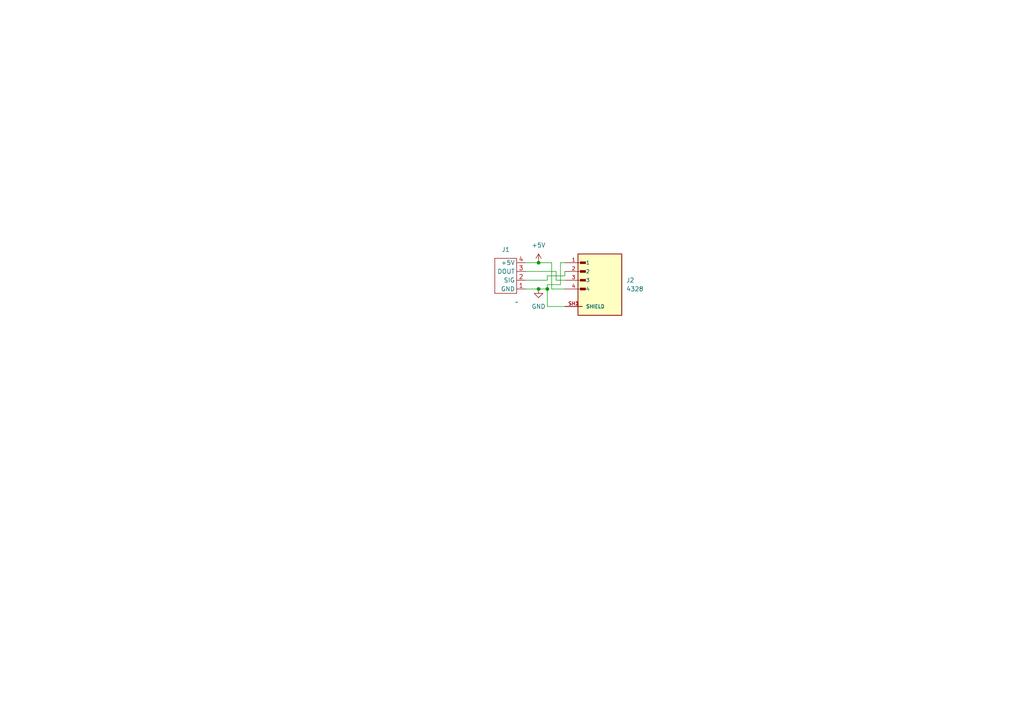
<source format=kicad_sch>
(kicad_sch (version 20231120) (generator "eeschema") (generator_version "8.0")
  (paper "A4")
  (title_block (title "Block Party Cube Top Board") (date "2024-02-13") (rev "1.0") (company "Block Party"))
  (lib_symbols
    (symbol "4328:4328" (pin_names (offset 1.016))
      (property "Reference" "J" (at -6.35 11.43 0))
      (property "Value" "4328" (at -6.604 -10.414 0))
      (symbol "4328_0_0"
        (rectangle (start -6.35 -7.62) (end 6.35 10.16) (stroke (width 0.254)) (fill (type background)))
        (rectangle (start -5.715 -0.3175) (end -4.1275 0.3175) (stroke (width 0.1)) (fill (type outline)))
        (rectangle (start -5.715 2.2225) (end -4.1275 2.8575) (stroke (width 0.1)) (fill (type outline)))
        (rectangle (start -5.715 4.7625) (end -4.1275 5.3975) (stroke (width 0.1)) (fill (type outline)))
        (rectangle (start -5.715 7.3025) (end -4.1275 7.9375) (stroke (width 0.1)) (fill (type outline)))
        (pin passive line (at -10.16 7.62 0) (length 5.08) (name "1") (number "1"))
        (pin passive line (at -10.16 5.08 0) (length 5.08) (name "2") (number "2"))
        (pin passive line (at -10.16 2.54 0) (length 5.08) (name "3") (number "3"))
        (pin passive line (at -10.16 0 0) (length 5.08) (name "4") (number "4"))
        (pin passive line (at -10.16 -5.08 0) (length 5.08) (name "SHIELD") (number "SH1"))
        (pin passive line (at -10.16 -5.08 0) (length 5.08) (name "SHIELD") (number "SH2"))
      )
    )
    (symbol "Quinn_lib:Top_Block"
      (property "Reference" "J" (at 0 0 0))
      (symbol "Top_Block_0_1"
        (rectangle (start 0 -2.54) (end 6.35 -12.7))
      )
      (symbol "Top_Block_1_1"
        (pin power_out line (at -2.54 -3.81 0) (length 2.54) (name "GND") (number "1"))
        (pin input line (at -2.54 -6.35 0) (length 2.54) (name "SIG") (number "2"))
        (pin output line (at -2.54 -8.89 0) (length 2.54) (name "DOUT") (number "3"))
        (pin power_out line (at -2.54 -11.43 0) (length 2.54) (name "+5V") (number "4"))
      )
    )
    (symbol "power:+5V" (power) (pin_names (offset 0))
      (property "Value" "+5V" (at 0 3.556 0))
      (symbol "+5V_0_1"
        (polyline (pts (xy -0.762 1.27) (xy 0 2.54)))
        (polyline (pts (xy 0 0) (xy 0 2.54)))
        (polyline (pts (xy 0 2.54) (xy 0.762 1.27)))
      )
      (symbol "+5V_1_1"
        (pin power_in line (at 0 0 90) (length 0) hide (name "+5V") (number "1"))
      )
    )
    (symbol "power:GND" (power) (pin_names (offset 0))
      (property "Value" "GND" (at 0 -3.81 0))
      (symbol "GND_0_1"
        (polyline (pts (xy 0 0) (xy 0 -1.27) (xy 1.27 -1.27) (xy 0 -2.54) (xy -1.27 -1.27) (xy 0 -1.27)))
      )
      (symbol "GND_1_1"
        (pin power_in line (at 0 0 270) (length 0) hide (name "GND") (number "1"))
      )
    )
  )
  (junction (at 158.75 83.82))
  (junction (at 156.21 83.82))
  (junction (at 156.21 76.2))
  (wire (pts (xy 163.83 78.74) (xy 163.83 80.01)))
  (wire (pts (xy 158.75 88.9) (xy 158.75 83.82)))
  (wire (pts (xy 152.4 78.74) (xy 161.29 78.74)))
  (wire (pts (xy 161.29 78.74) (xy 161.29 81.28)))
  (wire (pts (xy 158.75 81.28) (xy 158.75 80.01)))
  (wire (pts (xy 162.56 82.55) (xy 162.56 76.2)))
  (wire (pts (xy 160.02 76.2) (xy 160.02 83.82)))
  (wire (pts (xy 158.75 82.55) (xy 162.56 82.55)))
  (wire (pts (xy 160.02 83.82) (xy 163.83 83.82)))
  (wire (pts (xy 152.4 76.2) (xy 156.21 76.2)))
  (wire (pts (xy 158.75 80.01) (xy 163.83 80.01)))
  (wire (pts (xy 156.21 76.2) (xy 160.02 76.2)))
  (wire (pts (xy 152.4 83.82) (xy 156.21 83.82)))
  (wire (pts (xy 156.21 83.82) (xy 158.75 83.82)))
  (wire (pts (xy 162.56 76.2) (xy 163.83 76.2)))
  (wire (pts (xy 158.75 83.82) (xy 158.75 82.55)))
  (wire (pts (xy 161.29 81.28) (xy 163.83 81.28)))
  (wire (pts (xy 152.4 81.28) (xy 158.75 81.28)))
  (wire (pts (xy 163.83 88.9) (xy 158.75 88.9)))
  (symbol (lib_id "Quinn_lib:Top_Block") (at 149.86 87.63 180) (unit 1)
    (property "Reference" "J1" (at 146.685 72.39 0))
    (property "Value" "~" (at 149.86 87.63 0))
    (property "Footprint" "Quinn_lib:Top Block Connector" (effects (hide yes)))
  )
  (symbol (lib_id "4328:4328") (at 173.99 83.82 0) (unit 1)
    (property "Reference" "J2" (at 181.61 81.2799 0) (effects (justify left)))
    (property "Value" "4328" (at 181.61 83.8199 0) (effects (justify left)))
    (property "Footprint" "adafruit-jst-4328:ADAFRUIT_4328" (effects (hide yes)))
    (property "MF" "Adafruit" (effects (hide yes)))
    (property "MAXIMUM_PACKAGE_HEIGHT" "4.25mm" (effects (hide yes)))
    (property "Package" "None" (effects (hide yes)))
    (property "Price" "None" (effects (hide yes)))
    (property "Check_prices" "https://www.snapeda.com/parts/4328/Adafruit+Industries/view-part/?ref=eda" (effects (hide yes)))
    (property "STANDARD" "Manufacturer Recommendations" (effects (hide yes)))
    (property "PARTREV" "23/3/21" (effects (hide yes)))
    (property "SnapEDA_Link" "https://www.snapeda.com/parts/4328/Adafruit+Industries/view-part/?ref=snap" (effects (hide yes)))
    (property "MP" "4328" (effects (hide yes)))
    (property "Purchase-URL" "https://www.snapeda.com/api/url_track_click_mouser/?unipart_id=12414535&manufacturer=Adafruit&part_name=4328&search_term=jst sh 4-pin" (effects (hide yes)))
    (property "Description_1" "\nAdafruit Accessories JST SH 4-pin Vertical Connector (10-pack) - Qwiic Compatible\n" (effects (hide yes)))
    (property "Availability" "In Stock" (effects (hide yes)))
    (property "MANUFACTURER" "Adafruit" (effects (hide yes)))
  )
  (symbol (lib_id "power:+5V") (at 156.21 76.2 0) (unit 1)
    (property "Reference" "#PWR02" (effects (hide yes)))
    (property "Value" "+5V" (at 156.21 71.12 0))
  )
  (symbol (lib_id "power:GND") (at 156.21 83.82 0) (unit 1)
    (property "Reference" "#PWR01" (effects (hide yes)))
    (property "Value" "GND" (at 156.21 88.9 0))
  )
)
</source>
